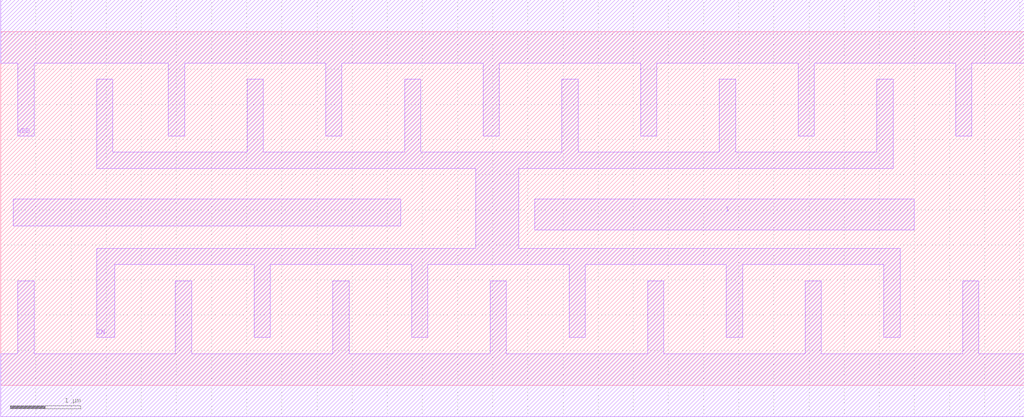
<source format=lef>
# Copyright 2022 GlobalFoundries PDK Authors
#
# Licensed under the Apache License, Version 2.0 (the "License");
# you may not use this file except in compliance with the License.
# You may obtain a copy of the License at
#
#      http://www.apache.org/licenses/LICENSE-2.0
#
# Unless required by applicable law or agreed to in writing, software
# distributed under the License is distributed on an "AS IS" BASIS,
# WITHOUT WARRANTIES OR CONDITIONS OF ANY KIND, either express or implied.
# See the License for the specific language governing permissions and
# limitations under the License.

MACRO gf180mcu_fd_sc_mcu9t5v0__inv_12
  CLASS core ;
  FOREIGN gf180mcu_fd_sc_mcu9t5v0__inv_12 0.0 0.0 ;
  ORIGIN 0 0 ;
  SYMMETRY X Y ;
  SITE GF018hv5v_green_sc9 ;
  SIZE 14.56 BY 5.04 ;
  PIN I
    DIRECTION INPUT ;
    ANTENNAGATEAREA 20.484 ;
    PORT
      LAYER METAL1 ;
        POLYGON 0.18 2.27 5.69 2.27 5.69 2.65 0.18 2.65  ;
        POLYGON 7.6 2.215 13 2.215 13 2.65 7.6 2.65  ;
    END
  END I
  PIN ZN
    DIRECTION OUTPUT ;
    ANTENNADIFFAREA 10.926 ;
    PORT
      LAYER METAL1 ;
        POLYGON 1.365 3.09 6.755 3.09 6.755 1.95 1.365 1.95 1.365 0.68 1.625 0.68 1.625 1.72 3.605 1.72 3.605 0.68 3.835 0.68 3.835 1.72 5.845 1.72 5.845 0.68 6.075 0.68 6.075 1.72 8.085 1.72 8.085 0.68 8.315 0.68 8.315 1.72 10.325 1.72 10.325 0.68 10.555 0.68 10.555 1.72 12.565 1.72 12.565 0.68 12.795 0.68 12.795 1.95 7.37 1.95 7.37 3.09 12.695 3.09 12.695 4.36 12.465 4.36 12.465 3.32 10.455 3.32 10.455 4.36 10.225 4.36 10.225 3.32 8.215 3.32 8.215 4.36 7.985 4.36 7.985 3.32 5.975 3.32 5.975 4.36 5.745 4.36 5.745 3.32 3.735 3.32 3.735 4.36 3.505 4.36 3.505 3.32 1.595 3.32 1.595 4.36 1.365 4.36  ;
    END
  END ZN
  PIN VDD
    DIRECTION INOUT ;
    USE power ;
    SHAPE ABUTMENT ;
    PORT
      LAYER METAL1 ;
        POLYGON 0 4.59 0.245 4.59 0.245 3.55 0.475 3.55 0.475 4.59 2.385 4.59 2.385 3.55 2.615 3.55 2.615 4.59 4.625 4.59 4.625 3.55 4.855 3.55 4.855 4.59 6.865 4.59 6.865 3.55 7.095 3.55 7.095 4.59 9.105 4.59 9.105 3.55 9.335 3.55 9.335 4.59 11.345 4.59 11.345 3.55 11.575 3.55 11.575 4.59 13.585 4.59 13.585 3.55 13.815 3.55 13.815 4.59 14.56 4.59 14.56 5.49 0 5.49  ;
    END
  END VDD
  PIN VSS
    DIRECTION INOUT ;
    USE ground ;
    SHAPE ABUTMENT ;
    PORT
      LAYER METAL1 ;
        POLYGON 0 -0.45 14.56 -0.45 14.56 0.45 13.915 0.45 13.915 1.49 13.685 1.49 13.685 0.45 11.675 0.45 11.675 1.49 11.445 1.49 11.445 0.45 9.435 0.45 9.435 1.49 9.205 1.49 9.205 0.45 7.195 0.45 7.195 1.49 6.965 1.49 6.965 0.45 4.955 0.45 4.955 1.49 4.725 1.49 4.725 0.45 2.715 0.45 2.715 1.49 2.485 1.49 2.485 0.45 0.475 0.45 0.475 1.49 0.245 1.49 0.245 0.45 0 0.45  ;
    END
  END VSS
END gf180mcu_fd_sc_mcu9t5v0__inv_12

</source>
